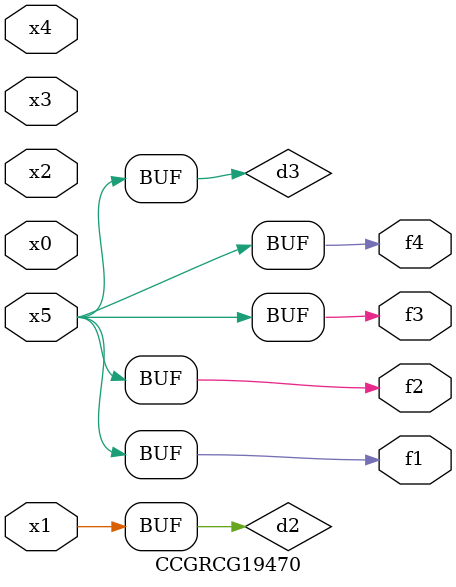
<source format=v>
module CCGRCG19470(
	input x0, x1, x2, x3, x4, x5,
	output f1, f2, f3, f4
);

	wire d1, d2, d3;

	not (d1, x5);
	or (d2, x1);
	xnor (d3, d1);
	assign f1 = d3;
	assign f2 = d3;
	assign f3 = d3;
	assign f4 = d3;
endmodule

</source>
